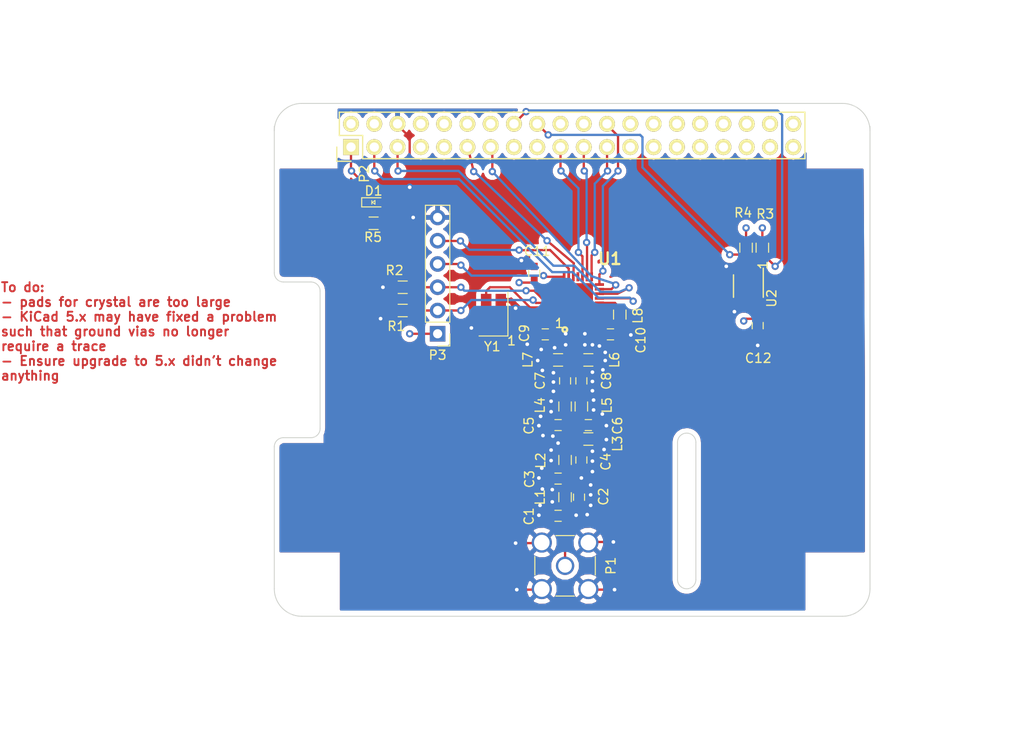
<source format=kicad_pcb>
(kicad_pcb (version 20171130) (host pcbnew 5.0.0-fee4fd1~66~ubuntu18.04.1)
  (title_block (title "AX5043 Raspberry Pi HAT") (date 2018-03-24) (rev V1.3) (company "Brandenburg Tech, LLC"))
  (layers (0 F.Cu signal) (1 In1.Cu signal) (2 In2.Cu signal) (31 B.Cu signal) (34 B.Paste user) (35 F.Paste user) (36 B.SilkS user) (37 F.SilkS user) (38 B.Mask user) (39 F.Mask user) (44 Edge.Cuts user))
  (net 0 "")
  (net 1 GND)
  (net 2 "Net-(C1-Pad1)")
  (net 3 "Net-(C2-Pad1)")
  (net 4 "Net-(C4-Pad1)")
  (net 5 "Net-(C5-Pad1)")
  (net 6 "Net-(C7-Pad2)")
  (net 7 "Net-(C7-Pad1)")
  (net 8 "Net-(C8-Pad2)")
  (net 9 "Net-(C8-Pad1)")
  (net 10 "Net-(C9-Pad1)")
  (net 11 "Net-(C10-Pad1)")
  (net 12 +3V3)
  (net 13 "Net-(L8-Pad1)")
  (net 14 "Net-(L8-Pad2)")
  (net 15 AX5043_DATA)
  (net 16 AX5043_DCLK)
  (net 17 AX5043_IRQ)
  (net 18 AX5043_SYSCLK)
  (net 19 I2C_SDA)
  (net 20 I2C_SCL)
  (net 21 AX5043_MOSI)
  (net 22 AX5043_MISO)
  (net 23 AX5043_CLK)
  (net 24 AX5043_SEL)
  (net 25 AX5043_GPADC2)
  (net 26 AX5043_GPADC1)
  (net 27 "Net-(P3-Pad4)")
  (net 28 "Net-(P3-Pad5)")
  (net 29 "Net-(U1-Pad27)")
  (net 30 "Net-(U1-Pad28)")
  (net 31 "Net-(D1-Pad1)")
  (module AX5043-1-TA05:QFN50P500X500X95-29N (layer F.Cu) (at 77.0255 59.8805 90)
    (fp_text reference U1 (at 4.318 3.4925 180) (layer F.SilkS) (effects (font (size 1.27 1.27) (thickness 0.254))))
    (fp_text value AX5043 hide)
    (fp_text user 1 (at -2.7305 -2.032 180) (layer F.SilkS))
    (pad 29a smd rect (at 0 0 90) (size 0.9 0.9) (layers F.Cu F.Paste))
    (pad 29a smd rect (at 1.0795 0 90) (size 0.9 0.9) (layers F.Cu F.Paste))
    (pad 29a smd rect (at -1.0795 0 90) (size 0.9 0.9) (layers F.Cu F.Paste))
    (pad 29a smd rect (at 1.0795 1.0795 90) (size 0.9 0.9) (layers F.Cu F.Paste))
    (pad 29a smd rect (at -1.0795 1.0795 90) (size 0.9 0.9) (layers F.Cu F.Paste))
    (pad 29a smd rect (at 0 1.0795 90) (size 0.9 0.9) (layers F.Cu F.Paste))
    (pad 29a smd rect (at 1.0795 -1.0795 90) (size 0.9 0.9) (layers F.Cu F.Paste))
    (pad 29a smd rect (at -1.0795 -1.0795 90) (size 0.9 0.9) (layers F.Cu F.Paste))
    (pad 1 smd rect (at -2.35 -1.5 180) (size 0.3 1) (layers F.Cu F.Paste F.Mask) (net 10 "Net-(C9-Pad1)"))
    (pad 2 smd rect (at -2.35 -1 180) (size 0.3 1) (layers F.Cu F.Paste F.Mask) (net 1 GND))
    (pad 3 smd rect (at -2.35 -0.5 180) (size 0.3 1) (layers F.Cu F.Paste F.Mask) (net 7 "Net-(C7-Pad1)"))
    (pad 4 smd rect (at -2.35 0 180) (size 0.3 1) (layers F.Cu F.Paste F.Mask) (net 9 "Net-(C8-Pad1)"))
    (pad 5 smd rect (at -2.35 0.5 180) (size 0.3 1) (layers F.Cu F.Paste F.Mask))
    (pad 6 smd rect (at -2.35 1 180) (size 0.3 1) (layers F.Cu F.Paste F.Mask) (net 1 GND))
    (pad 7 smd rect (at -2.35 1.5 180) (size 0.3 1) (layers F.Cu F.Paste F.Mask) (net 11 "Net-(C10-Pad1)"))
    (pad 8 smd rect (at -1.5 2.35 90) (size 0.3 1) (layers F.Cu F.Paste F.Mask))
    (pad 9 smd rect (at -1 2.35 90) (size 0.3 1) (layers F.Cu F.Paste F.Mask) (net 14 "Net-(L8-Pad2)"))
    (pad 10 smd rect (at -0.5 2.35 90) (size 0.3 1) (layers F.Cu F.Paste F.Mask) (net 13 "Net-(L8-Pad1)"))
    (pad 11 smd rect (at 0 2.35 90) (size 0.3 1) (layers F.Cu F.Paste F.Mask) (net 15 AX5043_DATA))
    (pad 12 smd rect (at 0.5 2.35 90) (size 0.3 1) (layers F.Cu F.Paste F.Mask) (net 16 AX5043_DCLK))
    (pad 13 smd rect (at 1 2.35 90) (size 0.3 1) (layers F.Cu F.Paste F.Mask) (net 18 AX5043_SYSCLK))
    (pad 14 smd rect (at 1.5 2.35 90) (size 0.3 1) (layers F.Cu F.Paste F.Mask) (net 24 AX5043_SEL))
    (pad 15 smd rect (at 2.35 1.5 180) (size 0.3 1) (layers F.Cu F.Paste F.Mask) (net 23 AX5043_CLK))
    (pad 16 smd rect (at 2.35 1 180) (size 0.3 1) (layers F.Cu F.Paste F.Mask) (net 22 AX5043_MISO))
    (pad 17 smd rect (at 2.35 0.5 180) (size 0.3 1) (layers F.Cu F.Paste F.Mask) (net 21 AX5043_MOSI))
    (pad 18 smd rect (at 2.35 0 180) (size 0.3 1) (layers F.Cu F.Paste F.Mask))
    (pad 19 smd rect (at 2.35 -0.5 180) (size 0.3 1) (layers F.Cu F.Paste F.Mask) (net 17 AX5043_IRQ))
    (pad 20 smd rect (at 2.35 -1 180) (size 0.3 1) (layers F.Cu F.Paste F.Mask) (net 28 "Net-(P3-Pad5)"))
    (pad 21 smd rect (at 2.35 -1.5 180) (size 0.3 1) (layers F.Cu F.Paste F.Mask) (net 27 "Net-(P3-Pad4)"))
    (pad 22 smd rect (at 1.5 -2.35 90) (size 0.3 1) (layers F.Cu F.Paste F.Mask))
    (pad 23 smd rect (at 1 -2.35 90) (size 0.3 1) (layers F.Cu F.Paste F.Mask) (net 12 +3V3))
    (pad 24 smd rect (at 0.5 -2.35 90) (size 0.3 1) (layers F.Cu F.Paste F.Mask))
    (pad 25 smd rect (at 0 -2.35 90) (size 0.3 1) (layers F.Cu F.Paste F.Mask) (net 26 AX5043_GPADC1))
    (pad 26 smd rect (at -0.5 -2.35 90) (size 0.3 1) (layers F.Cu F.Paste F.Mask) (net 25 AX5043_GPADC2))
    (pad 27 smd rect (at -1 -2.35 90) (size 0.3 1) (layers F.Cu F.Paste F.Mask) (net 29 "Net-(U1-Pad27)"))
    (pad 28 smd rect (at -1.5 -2.35 90) (size 0.3 1) (layers F.Cu F.Paste F.Mask) (net 30 "Net-(U1-Pad28)"))
    (pad 29 smd rect (at 0 0 90) (size 3.3 3.3) (layers F.Cu F.Mask) (net 1 GND))
    (pad 29a smd rect (at 0 -1.0795 90) (size 0.9 0.9) (layers F.Cu F.Paste))
  )
  (module LEDs:LED_0603 (layer F.Cu) (at 54.737 49.403)
    (fp_text reference D1 (at 0 -1.25) (layer F.SilkS))
    (fp_text value LED)
    (pad 2 smd rect (at 0.8 0 180) (size 0.8 0.8) (layers F.Cu F.Paste F.Mask) (net 12 +3V3))
    (pad 1 smd rect (at -0.8 0 180) (size 0.8 0.8) (layers F.Cu F.Paste F.Mask) (net 31 "Net-(D1-Pad1)"))
  )
  (module ECX42:Crystal_SMD_ECX42-4pin_4.0x2.5mm (layer F.Cu) (at 67.818 61.595 90)
    (fp_text reference Y1 (at -3.556 -0.127 180) (layer F.SilkS))
    (fp_text value 16M)
    (fp_text user 1 (at -2.921 1.9685 180) (layer F.SilkS))
    (pad 1 smd rect (at -1.5 0.8 90) (size 1.4 1.15) (layers F.Cu F.Paste F.Mask) (net 30 "Net-(U1-Pad28)"))
    (pad 2 smd rect (at 1.5 0.8 90) (size 1.4 1.15) (layers F.Cu F.Paste F.Mask) (net 1 GND))
    (pad 3 smd rect (at 1.5 -0.8 90) (size 1.4 1.15) (layers F.Cu F.Paste F.Mask) (net 29 "Net-(U1-Pad27)"))
    (pad 4 smd rect (at -1.5 -0.8 90) (size 1.4 1.15) (layers F.Cu F.Paste F.Mask) (net 1 GND))
  )
  (module Housings_DFN_QFN:DFN-8-1EP_3x3mm_Pitch0.65mm (layer F.Cu) (at 95.631 58.547 270)
    (fp_text reference U2 (at 1.3335 -2.54 270) (layer F.SilkS))
    (fp_text value MAX31725)
    (fp_text user 1 (at -2.286 -1.5875 270) (layer F.SilkS))
    (pad 1 smd rect (at -1.55 -0.975 270) (size 0.65 0.35) (layers F.Cu F.Paste F.Mask) (net 19 I2C_SDA))
    (pad 2 smd rect (at -1.55 -0.325 270) (size 0.65 0.35) (layers F.Cu F.Paste F.Mask) (net 20 I2C_SCL))
    (pad 3 smd rect (at -1.55 0.325 270) (size 0.65 0.35) (layers F.Cu F.Paste F.Mask))
    (pad 4 smd rect (at -1.55 0.975 270) (size 0.65 0.35) (layers F.Cu F.Paste F.Mask) (net 1 GND))
    (pad 5 smd rect (at 1.55 0.975 270) (size 0.65 0.35) (layers F.Cu F.Paste F.Mask) (net 1 GND))
    (pad 6 smd rect (at 1.55 0.325 270) (size 0.65 0.35) (layers F.Cu F.Paste F.Mask) (net 1 GND))
    (pad 7 smd rect (at 1.55 -0.325 270) (size 0.65 0.35) (layers F.Cu F.Paste F.Mask) (net 1 GND))
    (pad 8 smd rect (at 1.55 -0.975 270) (size 0.65 0.35) (layers F.Cu F.Paste F.Mask) (net 12 +3V3))
    (pad 9 smd rect (at 0.3875 0.6 270) (size 0.775 1.2) (layers F.Cu F.Paste F.Mask) (net 1 GND))
    (pad 9 smd rect (at 0.3875 -0.6 270) (size 0.775 1.2) (layers F.Cu F.Paste F.Mask) (net 1 GND))
    (pad 9 smd rect (at -0.3875 0.6 270) (size 0.775 1.2) (layers F.Cu F.Paste F.Mask) (net 1 GND))
    (pad 9 smd rect (at -0.3875 -0.6 270) (size 0.775 1.2) (layers F.Cu F.Paste F.Mask) (net 1 GND))
  )
  (module RPi_Hat:Pin_Header_Straight_2x20 (layer F.Cu) (at 76.4 42.1 90)
    (fp_text reference P2 (at -4.1915 -22.679 90) (layer F.SilkS))
    (fp_text value CONN_13X2)
    (pad 1 thru_hole rect (at -1.27 -24.13 90) (size 1.7272 1.7272) (drill 1.016) (layers *.Cu *.Mask F.SilkS) (net 12 +3V3))
    (pad 2 thru_hole oval (at 1.27 -24.13 90) (size 1.7272 1.7272) (drill 1.016) (layers *.Cu *.Mask F.SilkS))
    (pad 3 thru_hole oval (at -1.27 -21.59 90) (size 1.7272 1.7272) (drill 1.016) (layers *.Cu *.Mask F.SilkS) (net 15 AX5043_DATA))
    (pad 4 thru_hole oval (at 1.27 -21.59 90) (size 1.7272 1.7272) (drill 1.016) (layers *.Cu *.Mask F.SilkS))
    (pad 5 thru_hole oval (at -1.27 -19.05 90) (size 1.7272 1.7272) (drill 1.016) (layers *.Cu *.Mask F.SilkS) (net 16 AX5043_DCLK))
    (pad 6 thru_hole oval (at 1.27 -19.05 90) (size 1.7272 1.7272) (drill 1.016) (layers *.Cu *.Mask F.SilkS) (net 1 GND))
    (pad 7 thru_hole oval (at -1.27 -16.51 90) (size 1.7272 1.7272) (drill 1.016) (layers *.Cu *.Mask F.SilkS))
    (pad 8 thru_hole oval (at 1.27 -16.51 90) (size 1.7272 1.7272) (drill 1.016) (layers *.Cu *.Mask F.SilkS))
    (pad 9 thru_hole oval (at -1.27 -13.97 90) (size 1.7272 1.7272) (drill 1.016) (layers *.Cu *.Mask F.SilkS))
    (pad 10 thru_hole oval (at 1.27 -13.97 90) (size 1.7272 1.7272) (drill 1.016) (layers *.Cu *.Mask F.SilkS))
    (pad 11 thru_hole oval (at -1.27 -11.43 90) (size 1.7272 1.7272) (drill 1.016) (layers *.Cu *.Mask F.SilkS) (net 17 AX5043_IRQ))
    (pad 12 thru_hole oval (at 1.27 -11.43 90) (size 1.7272 1.7272) (drill 1.016) (layers *.Cu *.Mask F.SilkS))
    (pad 13 thru_hole oval (at -1.27 -8.89 90) (size 1.7272 1.7272) (drill 1.016) (layers *.Cu *.Mask F.SilkS) (net 18 AX5043_SYSCLK))
    (pad 14 thru_hole oval (at 1.27 -8.89 90) (size 1.7272 1.7272) (drill 1.016) (layers *.Cu *.Mask F.SilkS))
    (pad 15 thru_hole oval (at -1.27 -6.35 90) (size 1.7272 1.7272) (drill 1.016) (layers *.Cu *.Mask F.SilkS))
    (pad 16 thru_hole oval (at 1.27 -6.35 90) (size 1.7272 1.7272) (drill 1.016) (layers *.Cu *.Mask F.SilkS) (net 19 I2C_SDA))
    (pad 17 thru_hole oval (at -1.27 -3.81 90) (size 1.7272 1.7272) (drill 1.016) (layers *.Cu *.Mask F.SilkS))
    (pad 18 thru_hole oval (at 1.27 -3.81 90) (size 1.7272 1.7272) (drill 1.016) (layers *.Cu *.Mask F.SilkS) (net 20 I2C_SCL))
    (pad 19 thru_hole oval (at -1.27 -1.27 90) (size 1.7272 1.7272) (drill 1.016) (layers *.Cu *.Mask F.SilkS) (net 21 AX5043_MOSI))
    (pad 20 thru_hole oval (at 1.27 -1.27 90) (size 1.7272 1.7272) (drill 1.016) (layers *.Cu *.Mask F.SilkS))
    (pad 21 thru_hole oval (at -1.27 1.27 90) (size 1.7272 1.7272) (drill 1.016) (layers *.Cu *.Mask F.SilkS) (net 22 AX5043_MISO))
    (pad 22 thru_hole oval (at 1.27 1.27 90) (size 1.7272 1.7272) (drill 1.016) (layers *.Cu *.Mask F.SilkS))
    (pad 23 thru_hole oval (at -1.27 3.81 90) (size 1.7272 1.7272) (drill 1.016) (layers *.Cu *.Mask F.SilkS) (net 23 AX5043_CLK))
    (pad 24 thru_hole oval (at 1.27 3.81 90) (size 1.7272 1.7272) (drill 1.016) (layers *.Cu *.Mask F.SilkS) (net 24 AX5043_SEL))
    (pad 25 thru_hole oval (at -1.27 6.35 90) (size 1.7272 1.7272) (drill 1.016) (layers *.Cu *.Mask F.SilkS))
    (pad 26 thru_hole oval (at 1.27 6.35 90) (size 1.7272 1.7272) (drill 1.016) (layers *.Cu *.Mask F.SilkS))
    (pad 27 thru_hole oval (at -1.27 8.89 90) (size 1.7272 1.7272) (drill 1.016) (layers *.Cu *.Mask F.SilkS))
    (pad 28 thru_hole oval (at 1.27 8.89 90) (size 1.7272 1.7272) (drill 1.016) (layers *.Cu *.Mask F.SilkS))
    (pad 29 thru_hole oval (at -1.27 11.43 90) (size 1.7272 1.7272) (drill 1.016) (layers *.Cu *.Mask F.SilkS))
    (pad 30 thru_hole oval (at 1.27 11.43 90) (size 1.7272 1.7272) (drill 1.016) (layers *.Cu *.Mask F.SilkS))
    (pad 31 thru_hole oval (at -1.27 13.97 90) (size 1.7272 1.7272) (drill 1.016) (layers *.Cu *.Mask F.SilkS))
    (pad 32 thru_hole oval (at 1.27 13.97 90) (size 1.7272 1.7272) (drill 1.016) (layers *.Cu *.Mask F.SilkS))
    (pad 33 thru_hole oval (at -1.27 16.51 90) (size 1.7272 1.7272) (drill 1.016) (layers *.Cu *.Mask F.SilkS))
    (pad 34 thru_hole oval (at 1.27 16.51 90) (size 1.7272 1.7272) (drill 1.016) (layers *.Cu *.Mask F.SilkS))
    (pad 35 thru_hole oval (at -1.27 19.05 90) (size 1.7272 1.7272) (drill 1.016) (layers *.Cu *.Mask F.SilkS))
    (pad 36 thru_hole oval (at 1.27 19.05 90) (size 1.7272 1.7272) (drill 1.016) (layers *.Cu *.Mask F.SilkS))
    (pad 37 thru_hole oval (at -1.27 21.59 90) (size 1.7272 1.7272) (drill 1.016) (layers *.Cu *.Mask F.SilkS))
    (pad 38 thru_hole oval (at 1.27 21.59 90) (size 1.7272 1.7272) (drill 1.016) (layers *.Cu *.Mask F.SilkS))
    (pad 39 thru_hole oval (at -1.27 24.13 90) (size 1.7272 1.7272) (drill 1.016) (layers *.Cu *.Mask F.SilkS))
    (pad 40 thru_hole oval (at 1.27 24.13 90) (size 1.7272 1.7272) (drill 1.016) (layers *.Cu *.Mask F.SilkS))
  )
  (module RPi_Hat:RPi_Hat_Mounting_Hole (layer F.Cu) (at 105.4 42.1)
    (fp_text reference "" hide)
    (fp_text value "" hide)
    (pad "" np_thru_hole circle (at 0 0) (size 2.75 2.75) (drill 2.75) (layers *.Cu *.Mask) (clearance 1.725))
  )
  (module RPi_Hat:RPi_Hat_Mounting_Hole (layer F.Cu) (at 105.4 91.1)
    (fp_text reference "" hide)
    (fp_text value "" hide)
    (pad "" np_thru_hole circle (at 0 0) (size 2.75 2.75) (drill 2.75) (layers *.Cu *.Mask) (clearance 1.725))
  )
  (module RPi_Hat:RPi_Hat_Mounting_Hole (layer F.Cu) (at 47.4 91.1)
    (fp_text reference "" hide)
    (fp_text value "" hide)
    (pad "" np_thru_hole circle (at 0 0) (size 2.75 2.75) (drill 2.75) (layers *.Cu *.Mask) (clearance 1.725))
  )
  (module RPi_Hat:RPi_Hat_Mounting_Hole (layer F.Cu) (at 47.4 42.1)
    (fp_text reference "" hide)
    (fp_text value "" hide)
    (pad "" np_thru_hole circle (at 0 0) (size 2.75 2.75) (drill 2.75) (layers *.Cu *.Mask) (clearance 1.725))
  )
  (module Capacitors_SMD:C_0603 (layer F.Cu) (at 74.8665 83.6295 180)
    (fp_text reference C1 (at 3.175 -0.0635 270) (layer F.SilkS))
    (fp_text value NS)
    (pad 2 smd rect (at 0.75 0 180) (size 0.8 0.75) (layers F.Cu F.Paste F.Mask) (net 1 GND))
    (pad 1 smd rect (at -0.75 0 180) (size 0.8 0.75) (layers F.Cu F.Paste F.Mask) (net 2 "Net-(C1-Pad1)"))
  )
  (module Capacitors_SMD:C_0603 (layer F.Cu) (at 77.1525 81.5975 270)
    (fp_text reference C2 (at -0.0635 -2.667 270) (layer F.SilkS))
    (fp_text value NS)
    (pad 2 smd rect (at 0.75 0 270) (size 0.8 0.75) (layers F.Cu F.Paste F.Mask) (net 2 "Net-(C1-Pad1)"))
    (pad 1 smd rect (at -0.75 0 270) (size 0.8 0.75) (layers F.Cu F.Paste F.Mask) (net 3 "Net-(C2-Pad1)"))
  )
  (module Capacitors_SMD:C_0603 (layer F.Cu) (at 74.8665 79.5655 180)
    (fp_text reference C3 (at 3.1115 -0.0635 270) (layer F.SilkS))
    (fp_text value NS)
    (pad 2 smd rect (at 0.75 0 180) (size 0.8 0.75) (layers F.Cu F.Paste F.Mask) (net 1 GND))
    (pad 1 smd rect (at -0.75 0 180) (size 0.8 0.75) (layers F.Cu F.Paste F.Mask) (net 3 "Net-(C2-Pad1)"))
  )
  (module Capacitors_SMD:C_0603 (layer F.Cu) (at 77.4065 77.5335 270)
    (fp_text reference C4 (at 0.1905 -2.667 270) (layer F.SilkS))
    (fp_text value 5p1)
    (pad 2 smd rect (at 0.75 0 270) (size 0.8 0.75) (layers F.Cu F.Paste F.Mask) (net 3 "Net-(C2-Pad1)"))
    (pad 1 smd rect (at -0.75 0 270) (size 0.8 0.75) (layers F.Cu F.Paste F.Mask) (net 4 "Net-(C4-Pad1)"))
  )
  (module Capacitors_SMD:C_0603 (layer F.Cu) (at 74.8665 73.7235 180)
    (fp_text reference C5 (at 3.175 -0.0635 90) (layer F.SilkS))
    (fp_text value 11p)
    (pad 2 smd rect (at 0.75 0 180) (size 0.8 0.75) (layers F.Cu F.Paste F.Mask) (net 1 GND))
    (pad 1 smd rect (at -0.75 0 180) (size 0.8 0.75) (layers F.Cu F.Paste F.Mask) (net 5 "Net-(C5-Pad1)"))
  )
  (module Capacitors_SMD:C_0603 (layer F.Cu) (at 78.1685 73.7235)
    (fp_text reference C6 (at 3.175 0.0635 90) (layer F.SilkS))
    (fp_text value 5p6)
    (pad 2 smd rect (at 0.75 0) (size 0.8 0.75) (layers F.Cu F.Paste F.Mask) (net 1 GND))
    (pad 1 smd rect (at -0.75 0) (size 0.8 0.75) (layers F.Cu F.Paste F.Mask) (net 4 "Net-(C4-Pad1)"))
  )
  (module Capacitors_SMD:C_0603 (layer F.Cu) (at 75.6285 68.8975 270)
    (fp_text reference C7 (at 0 2.7305 270) (layer F.SilkS))
    (fp_text value 4p3)
    (pad 2 smd rect (at 0.75 0 270) (size 0.8 0.75) (layers F.Cu F.Paste F.Mask) (net 6 "Net-(C7-Pad2)"))
    (pad 1 smd rect (at -0.75 0 270) (size 0.8 0.75) (layers F.Cu F.Paste F.Mask) (net 7 "Net-(C7-Pad1)"))
  )
  (module Capacitors_SMD:C_0603 (layer F.Cu) (at 77.4065 68.8975 270)
    (fp_text reference C8 (at 0 -2.7305 270) (layer F.SilkS))
    (fp_text value 4p3)
    (pad 2 smd rect (at 0.75 0 270) (size 0.8 0.75) (layers F.Cu F.Paste F.Mask) (net 8 "Net-(C8-Pad2)"))
    (pad 1 smd rect (at -0.75 0 270) (size 0.8 0.75) (layers F.Cu F.Paste F.Mask) (net 9 "Net-(C8-Pad1)"))
  )
  (module Capacitors_SMD:C_0603 (layer F.Cu) (at 73.4695 63.8175 180)
    (fp_text reference C9 (at 2.286 0.127 270) (layer F.SilkS))
    (fp_text value 10n)
    (pad 2 smd rect (at 0.75 0 180) (size 0.8 0.75) (layers F.Cu F.Paste F.Mask) (net 1 GND))
    (pad 1 smd rect (at -0.75 0 180) (size 0.8 0.75) (layers F.Cu F.Paste F.Mask) (net 10 "Net-(C9-Pad1)"))
  )
  (module Capacitors_SMD:C_0603 (layer F.Cu) (at 80.5815 63.8175)
    (fp_text reference C10 (at 3.302 0.635 90) (layer F.SilkS))
    (fp_text value 10n)
    (pad 2 smd rect (at 0.75 0) (size 0.8 0.75) (layers F.Cu F.Paste F.Mask) (net 1 GND))
    (pad 1 smd rect (at -0.75 0) (size 0.8 0.75) (layers F.Cu F.Paste F.Mask) (net 11 "Net-(C10-Pad1)"))
  )
  (module Capacitors_SMD:C_0603 (layer F.Cu) (at 72.263 57.15 90)
    (fp_text reference C11 (at 2.413 0.3175 180) (layer F.SilkS))
    (fp_text value 10n)
    (pad 2 smd rect (at 0.75 0 90) (size 0.8 0.75) (layers F.Cu F.Paste F.Mask) (net 1 GND))
    (pad 1 smd rect (at -0.75 0 90) (size 0.8 0.75) (layers F.Cu F.Paste F.Mask) (net 12 +3V3))
  )
  (module Capacitors_SMD:C_0603 (layer F.Cu) (at 96.647 62.865 270)
    (fp_text reference C12 (at 3.556 -0.0635) (layer F.SilkS))
    (fp_text value 100n)
    (pad 2 smd rect (at 0.75 0 270) (size 0.8 0.75) (layers F.Cu F.Paste F.Mask) (net 1 GND))
    (pad 1 smd rect (at -0.75 0 270) (size 0.8 0.75) (layers F.Cu F.Paste F.Mask) (net 12 +3V3))
  )
  (module Inductors_SMD:L_0603 (layer F.Cu) (at 75.6285 81.5975 270)
    (fp_text reference L1 (at 0 2.7305 270) (layer F.SilkS))
    (fp_text value 0R)
    (pad 1 smd rect (at -0.75 0 270) (size 0.5 0.9) (layers F.Cu F.Paste F.Mask) (net 3 "Net-(C2-Pad1)"))
    (pad 2 smd rect (at 0.75 0 270) (size 0.5 0.9) (layers F.Cu F.Paste F.Mask) (net 2 "Net-(C1-Pad1)"))
  )
  (module Inductors_SMD:L_0603 (layer F.Cu) (at 75.6285 77.5335 270)
    (fp_text reference L2 (at 0.0635 2.667 270) (layer F.SilkS))
    (fp_text value 27n)
    (pad 1 smd rect (at -0.75 0 270) (size 0.5 0.9) (layers F.Cu F.Paste F.Mask) (net 5 "Net-(C5-Pad1)"))
    (pad 2 smd rect (at 0.75 0 270) (size 0.5 0.9) (layers F.Cu F.Paste F.Mask) (net 3 "Net-(C2-Pad1)"))
  )
  (module Inductors_SMD:L_0603 (layer F.Cu) (at 78.1685 75.2475 180)
    (fp_text reference L3 (at -3.175 -0.508 270) (layer F.SilkS))
    (fp_text value 27n)
    (pad 1 smd rect (at -0.75 0 180) (size 0.5 0.9) (layers F.Cu F.Paste F.Mask) (net 1 GND))
    (pad 2 smd rect (at 0.75 0 180) (size 0.5 0.9) (layers F.Cu F.Paste F.Mask) (net 4 "Net-(C4-Pad1)"))
  )
  (module Inductors_SMD:L_0603 (layer F.Cu) (at 75.6285 71.6915 270)
    (fp_text reference L4 (at -0.127 2.7305 270) (layer F.SilkS))
    (fp_text value 43n)
    (pad 1 smd rect (at -0.75 0 270) (size 0.5 0.9) (layers F.Cu F.Paste F.Mask) (net 6 "Net-(C7-Pad2)"))
    (pad 2 smd rect (at 0.75 0 270) (size 0.5 0.9) (layers F.Cu F.Paste F.Mask) (net 5 "Net-(C5-Pad1)"))
  )
  (module Inductors_SMD:L_0603 (layer F.Cu) (at 77.4065 71.6915 270)
    (fp_text reference L5 (at -0.127 -2.794 270) (layer F.SilkS))
    (fp_text value 43n)
    (pad 1 smd rect (at -0.75 0 270) (size 0.5 0.9) (layers F.Cu F.Paste F.Mask) (net 8 "Net-(C8-Pad2)"))
    (pad 2 smd rect (at 0.75 0 270) (size 0.5 0.9) (layers F.Cu F.Paste F.Mask) (net 4 "Net-(C4-Pad1)"))
  )
  (module Inductors_SMD:L_0603 (layer F.Cu) (at 78.1685 66.6115 180)
    (fp_text reference L6 (at -2.8575 0 270) (layer F.SilkS))
    (fp_text value 100n)
    (pad 1 smd rect (at -0.75 0 180) (size 0.5 0.9) (layers F.Cu F.Paste F.Mask) (net 1 GND))
    (pad 2 smd rect (at 0.75 0 180) (size 0.5 0.9) (layers F.Cu F.Paste F.Mask) (net 9 "Net-(C8-Pad1)"))
  )
  (module Inductors_SMD:L_0603 (layer F.Cu) (at 74.8665 66.6115)
    (fp_text reference L7 (at -3.302 0 90) (layer F.SilkS))
    (fp_text value 100n)
    (pad 1 smd rect (at -0.75 0) (size 0.5 0.9) (layers F.Cu F.Paste F.Mask) (net 1 GND))
    (pad 2 smd rect (at 0.75 0) (size 0.5 0.9) (layers F.Cu F.Paste F.Mask) (net 7 "Net-(C7-Pad1)"))
  )
  (module Inductors_SMD:L_0603 (layer F.Cu) (at 81.5975 61.6585 270)
    (fp_text reference L8 (at 0.127 -1.9685 270) (layer F.SilkS))
    (fp_text value 0R)
    (pad 1 smd rect (at -0.75 0 270) (size 0.5 0.9) (layers F.Cu F.Paste F.Mask) (net 13 "Net-(L8-Pad1)"))
    (pad 2 smd rect (at 0.75 0 270) (size 0.5 0.9) (layers F.Cu F.Paste F.Mask) (net 14 "Net-(L8-Pad2)"))
  )
  (module Connectors:SMA_THT_Jack_Straight (layer F.Cu) (at 75.6285 89.0905 270)
    (fp_text reference P1 (at 0 -5 270) (layer F.SilkS))
    (fp_text value SMA)
    (pad 2 thru_hole circle (at -2.54 2.54 270) (size 2.2 2.2) (drill 1.7) (layers *.Cu *.Mask) (net 1 GND))
    (pad 2 thru_hole circle (at -2.54 -2.54 270) (size 2.2 2.2) (drill 1.7) (layers *.Cu *.Mask) (net 1 GND))
    (pad 2 thru_hole circle (at 2.54 -2.54 270) (size 2.2 2.2) (drill 1.7) (layers *.Cu *.Mask) (net 1 GND))
    (pad 2 thru_hole circle (at 2.54 2.54 270) (size 2.2 2.2) (drill 1.7) (layers *.Cu *.Mask) (net 1 GND))
    (pad 1 thru_hole circle (at 0 0 270) (size 2 2) (drill 1.5) (layers *.Cu *.Mask) (net 2 "Net-(C1-Pad1)"))
  )
  (module Pin_Headers:Pin_Header_Straight_1x06_Pitch2.54mm (layer F.Cu) (at 61.722 63.754 180)
    (fp_text reference P3 (at 0 -2.33 180) (layer F.SilkS))
    (fp_text value CONN_01X06)
    (pad 1 thru_hole rect (at 0 0 180) (size 1.7 1.7) (drill 1) (layers *.Cu *.Mask) (net 12 +3V3))
    (pad 2 thru_hole oval (at 0 2.54 180) (size 1.7 1.7) (drill 1) (layers *.Cu *.Mask) (net 25 AX5043_GPADC2))
    (pad 3 thru_hole oval (at 0 5.08 180) (size 1.7 1.7) (drill 1) (layers *.Cu *.Mask) (net 26 AX5043_GPADC1))
    (pad 4 thru_hole oval (at 0 7.62 180) (size 1.7 1.7) (drill 1) (layers *.Cu *.Mask) (net 27 "Net-(P3-Pad4)"))
    (pad 5 thru_hole oval (at 0 10.16 180) (size 1.7 1.7) (drill 1) (layers *.Cu *.Mask) (net 28 "Net-(P3-Pad5)"))
    (pad 6 thru_hole oval (at 0 12.7 180) (size 1.7 1.7) (drill 1) (layers *.Cu *.Mask) (net 1 GND))
  )
  (module Resistors_SMD:R_0603 (layer F.Cu) (at 57.912 61.214 180)
    (fp_text reference R1 (at 0.6985 -1.7145 180) (layer F.SilkS))
    (fp_text value 0R)
    (pad 1 smd rect (at -0.75 0 180) (size 0.5 0.9) (layers F.Cu F.Paste F.Mask) (net 25 AX5043_GPADC2))
    (pad 2 smd rect (at 0.75 0 180) (size 0.5 0.9) (layers F.Cu F.Paste F.Mask) (net 1 GND))
  )
  (module Resistors_SMD:R_0603 (layer F.Cu) (at 57.912 58.674 180)
    (fp_text reference R2 (at 0.889 1.8415 180) (layer F.SilkS))
    (fp_text value 0R)
    (pad 1 smd rect (at -0.75 0 180) (size 0.5 0.9) (layers F.Cu F.Paste F.Mask) (net 26 AX5043_GPADC1))
    (pad 2 smd rect (at 0.75 0 180) (size 0.5 0.9) (layers F.Cu F.Paste F.Mask) (net 1 GND))
  )
  (module Resistors_SMD:R_0603 (layer F.Cu) (at 97.155 54.356 270)
    (fp_text reference R3 (at -3.683 -0.3175) (layer F.SilkS))
    (fp_text value 4k7)
    (pad 1 smd rect (at -0.75 0 270) (size 0.5 0.9) (layers F.Cu F.Paste F.Mask) (net 12 +3V3))
    (pad 2 smd rect (at 0.75 0 270) (size 0.5 0.9) (layers F.Cu F.Paste F.Mask) (net 19 I2C_SDA))
  )
  (module Resistors_SMD:R_0603 (layer F.Cu) (at 95.377 54.356 270)
    (fp_text reference R4 (at -3.81 0.3175) (layer F.SilkS))
    (fp_text value 4k7)
    (pad 1 smd rect (at -0.75 0 270) (size 0.5 0.9) (layers F.Cu F.Paste F.Mask) (net 12 +3V3))
    (pad 2 smd rect (at 0.75 0 270) (size 0.5 0.9) (layers F.Cu F.Paste F.Mask) (net 20 I2C_SCL))
  )
  (module Resistors_SMD:R_0603 (layer F.Cu) (at 54.737 51.689)
    (fp_text reference R5 (at -0.0635 1.524) (layer F.SilkS))
    (fp_text value R)
    (pad 1 smd rect (at -0.75 0) (size 0.5 0.9) (layers F.Cu F.Paste F.Mask) (net 31 "Net-(D1-Pad1)"))
    (pad 2 smd rect (at 0.75 0) (size 0.5 0.9) (layers F.Cu F.Paste F.Mask) (net 1 GND))
  )
  (gr_text "To do:\n- pads for crystal are too large\n- KiCad 5.x may have fixed a problem\nsuch that ground vias no longer\nrequire a trace\n- Ensure upgrade to 5.x didn't change\nanything" (at 13.97 63.5) (layer F.Cu) (effects (font (size 1 1) (thickness 0.2)) (justify left)))
  (gr_text "Brandenburg Tech, LLC.\nAX 5043 Raspberry Pi Board\n\nV1.3    SN: _____________" (at 103.3145 74.6125 90) (layer F.Cu) (effects (font (size 1 1) (thickness 0.2))))
  (gr_arc (start 105.9 41.6) (end 105.9 38.6) (angle 90) (layer Edge.Cuts) (width 0.1))
  (gr_line (start 46.9 38.6) (end 105.9 38.6) (angle 90) (layer Edge.Cuts) (width 0.1))
  (gr_arc (start 46.9 41.6) (end 43.9 41.6) (angle 90) (layer Edge.Cuts) (width 0.1))
  (gr_arc (start 88.9 90.6) (end 87.9 90.6) (angle -180) (layer Edge.Cuts) (width 0.1))
  (gr_arc (start 88.9 75.6) (end 87.9 75.6) (angle 180) (layer Edge.Cuts) (width 0.1))
  (gr_line (start 89.9 75.6) (end 89.9 90.6) (angle 90) (layer Edge.Cuts) (width 0.1))
  (gr_line (start 87.9 75.6) (end 87.9 90.6) (angle 90) (layer Edge.Cuts) (width 0.1))
  (gr_arc (start 44.9 76.1) (end 43.9 76.1) (angle 90) (layer Edge.Cuts) (width 0.1))
  (gr_arc (start 47.9 74.1) (end 48.9 74.1) (angle 90) (layer Edge.Cuts) (width 0.1))
  (gr_arc (start 47.9 59.1) (end 47.9 58.1) (angle 90) (layer Edge.Cuts) (width 0.1))
  (gr_arc (start 44.9 57.1) (end 44.9 58.1) (angle 90) (layer Edge.Cuts) (width 0.1))
  (gr_arc (start 105.9 91.6) (end 108.9 91.6) (angle 90) (layer Edge.Cuts) (width 0.1))
  (gr_arc (start 46.9 91.6) (end 46.9 94.6) (angle 90) (layer Edge.Cuts) (width 0.1))
  (gr_line (start 43.9 76.1) (end 43.9 91.6) (layer Edge.Cuts) (width 0.1))
  (gr_line (start 43.9 41.1) (end 43.9 57.1) (layer Edge.Cuts) (width 0.1))
  (gr_line (start 44.9 75.1) (end 47.9 75.1) (layer Edge.Cuts) (width 0.1))
  (gr_line (start 44.9 58.1) (end 47.9 58.1) (layer Edge.Cuts) (width 0.1))
  (gr_line (start 48.9 59.1) (end 48.9 74.1) (layer Edge.Cuts) (width 0.1))
  (gr_line (start 46.9 94.6) (end 105.9 94.6) (angle 90) (layer Edge.Cuts) (width 0.1))
  (gr_line (start 108.9 41.1) (end 108.9 91.6) (angle 90) (layer Edge.Cuts) (width 0.1))
  (segment (start 52.27 46.821) (end 52.324 46.875) (width 0.25) (layer F.Cu) (net 0))
  (segment (start 78.613 64.9605) (end 77.7875 64.9605) (width 0.25) (layer F.Cu) (net 1))
  (segment (start 80.01 65.786) (end 80.0735 65.8495) (width 0.25) (layer F.Cu) (net 1))
  (via (at 78.613 64.9605) (size 0.8) (drill 0.4) (layers F.Cu B.Cu) (net 1))
  (via (at 79.375 65.0875) (size 0.8) (drill 0.4) (layers F.Cu B.Cu) (net 1))
  (segment (start 80.0735 65.8495) (end 79.375 65.0875) (width 0.25) (layer F.Cu) (net 1))
  (segment (start 80.01 66.675) (end 80.01 65.786) (width 0.25) (layer F.Cu) (net 1))
  (via (at 80.01 66.675) (size 0.8) (drill 0.4) (layers F.Cu B.Cu) (net 1))
  (via (at 80.01 65.786) (size 0.8) (drill 0.4) (layers F.Cu B.Cu) (net 1))
  (via (at 77.7875 63.754) (size 0.8) (drill 0.4) (layers F.Cu B.Cu) (net 1))
  (via (at 77.7875 64.9605) (size 0.8) (drill 0.4) (layers F.Cu B.Cu) (net 1))
  (segment (start 55.487 51.689) (end 58.42 51.689) (width 0.25) (layer F.Cu) (net 1))
  (via (at 59.055 51.054) (size 0.8) (drill 0.4) (layers F.Cu B.Cu) (net 1))
  (segment (start 59.055 51.054) (end 61.722 51.054) (width 0.25) (layer F.Cu) (net 1))
  (segment (start 58.42 51.689) (end 59.055 51.054) (width 0.25) (layer F.Cu) (net 1))
  (segment (start 96.231 58.9345) (end 96.231 58.1595) (width 0.25) (layer F.Cu) (net 1))
  (segment (start 95.031 58.1595) (end 96.231 58.1595) (width 0.25) (layer F.Cu) (net 1))
  (segment (start 95.031 58.1595) (end 95.031 58.9345) (width 0.25) (layer F.Cu) (net 1))
  (segment (start 94.656 56.997) (end 94.656 57.7845) (width 0.25) (layer F.Cu) (net 1))
  (segment (start 94.656 57.7845) (end 95.031 58.1595) (width 0.25) (layer F.Cu) (net 1))
  (via (at 82.804 63.881) (size 0.8) (drill 0.4) (layers F.Cu B.Cu) (net 1))
  (segment (start 81.395 63.881) (end 82.804 63.881) (width 0.25) (layer F.Cu) (net 1))
  (segment (start 72.771 79.502) (end 72.771 80.3275) (width 0.25) (layer F.Cu) (net 1))
  (segment (start 74.053 79.502) (end 72.771 79.502) (width 0.25) (layer F.Cu) (net 1))
  (via (at 72.771 79.502) (size 0.8) (drill 0.4) (layers F.Cu B.Cu) (net 1))
  (via (at 72.898 82.4865) (size 0.8) (drill 0.4) (layers F.Cu B.Cu) (net 1))
  (via (at 74.2315 82.1055) (size 0.8) (drill 0.4) (layers F.Cu B.Cu) (net 1))
  (segment (start 74.2315 80.772) (end 74.2315 82.1055) (width 0.25) (layer F.Cu) (net 1))
  (via (at 74.2315 80.772) (size 0.8) (drill 0.4) (layers F.Cu B.Cu) (net 1))
  (via (at 73.152 80.7085) (size 0.8) (drill 0.4) (layers F.Cu B.Cu) (net 1))
  (segment (start 72.771 80.3275) (end 73.152 80.7085) (width 0.25) (layer F.Cu) (net 1))
  (segment (start 72.771 73.787) (end 72.771 74.422) (width 0.25) (layer F.Cu) (net 1))
  (via (at 72.771 73.787) (size 0.8) (drill 0.4) (layers F.Cu B.Cu) (net 1))
  (segment (start 74.053 73.787) (end 72.771 73.787) (width 0.25) (layer F.Cu) (net 1))
  (via (at 73.0885 78.4225) (size 0.8) (drill 0.4) (layers F.Cu B.Cu) (net 1))
  (via (at 74.1045 77.597) (size 0.8) (drill 0.4) (layers F.Cu B.Cu) (net 1))
  (segment (start 74.1045 76.454) (end 74.1045 77.597) (width 0.25) (layer F.Cu) (net 1))
  (via (at 74.1045 76.454) (size 0.8) (drill 0.4) (layers F.Cu B.Cu) (net 1))
  (via (at 74.8665 75.692) (size 0.8) (drill 0.4) (layers F.Cu B.Cu) (net 1))
  (segment (start 74.295 75.057) (end 74.8665 75.692) (width 0.25) (layer F.Cu) (net 1))
  (segment (start 74.295 74.93) (end 74.295 75.057) (width 0.25) (layer F.Cu) (net 1))
  (via (at 74.295 74.93) (size 0.8) (drill 0.4) (layers F.Cu B.Cu) (net 1))
  (via (at 73.2155 74.8665) (size 0.8) (drill 0.4) (layers F.Cu B.Cu) (net 1))
  (segment (start 72.771 74.422) (end 73.2155 74.8665) (width 0.25) (layer F.Cu) (net 1))
  (segment (start 72.7075 66.6115) (end 72.644 66.675) (width 0.25) (layer F.Cu) (net 1))
  (via (at 72.644 66.675) (size 0.8) (drill 0.4) (layers F.Cu B.Cu) (net 1))
  (segment (start 74.1165 66.6115) (end 72.7075 66.6115) (width 0.25) (layer F.Cu) (net 1))
  (via (at 72.9615 72.771) (size 0.8) (drill 0.4) (layers F.Cu B.Cu) (net 1))
  (via (at 74.1045 72.263) (size 0.8) (drill 0.4) (layers F.Cu B.Cu) (net 1))
  (segment (start 74.1045 71.12) (end 74.1045 72.263) (width 0.25) (layer F.Cu) (net 1))
  (via (at 74.1045 71.12) (size 0.8) (drill 0.4) (layers F.Cu B.Cu) (net 1))
  (via (at 74.3585 70.0405) (size 0.8) (drill 0.4) (layers F.Cu B.Cu) (net 1))
  (segment (start 74.3585 69.0245) (end 74.3585 70.0405) (width 0.25) (layer F.Cu) (net 1))
  (via (at 74.3585 69.0245) (size 0.8) (drill 0.4) (layers F.Cu B.Cu) (net 1))
  (via (at 74.3585 68.0085) (size 0.8) (drill 0.4) (layers F.Cu B.Cu) (net 1))
  (segment (start 73.406 68.0085) (end 74.3585 68.0085) (width 0.25) (layer F.Cu) (net 1))
  (segment (start 73.152 67.7545) (end 73.406 68.0085) (width 0.25) (layer F.Cu) (net 1))
  (via (at 73.152 67.7545) (size 0.8) (drill 0.4) (layers F.Cu B.Cu) (net 1))
  (segment (start 75.692 63.754) (end 75.692 64.9605) (width 0.25) (layer F.Cu) (net 1))
  (segment (start 76.0255 63.4205) (end 75.692 63.754) (width 0.25) (layer F.Cu) (net 1))
  (via (at 75.692 63.754) (size 0.8) (drill 0.4) (layers F.Cu B.Cu) (net 1))
  (segment (start 76.0255 62.2305) (end 76.0255 63.4205) (width 0.25) (layer F.Cu) (net 1))
  (via (at 73.025 65.4685) (size 0.8) (drill 0.4) (layers F.Cu B.Cu) (net 1))
  (segment (start 73.2155 65.278) (end 73.025 65.4685) (width 0.25) (layer F.Cu) (net 1))
  (segment (start 74.4855 65.278) (end 73.2155 65.278) (width 0.25) (layer F.Cu) (net 1))
  (via (at 74.4855 65.278) (size 0.8) (drill 0.4) (layers F.Cu B.Cu) (net 1))
  (via (at 75.692 64.9605) (size 0.8) (drill 0.4) (layers F.Cu B.Cu) (net 1))
  (segment (start 80.137 75.311) (end 80.137 76.1365) (width 0.25) (layer F.Cu) (net 1))
  (segment (start 78.982 75.311) (end 80.137 75.311) (width 0.25) (layer F.Cu) (net 1))
  (via (at 80.137 75.311) (size 0.8) (drill 0.4) (layers F.Cu B.Cu) (net 1))
  (via (at 76.835 83.566) (size 0.8) (drill 0.4) (layers F.Cu B.Cu) (net 1))
  (via (at 78.0415 83.5025) (size 0.8) (drill 0.4) (layers F.Cu B.Cu) (net 1))
  (segment (start 78.4225 83.1215) (end 78.0415 83.5025) (width 0.25) (layer F.Cu) (net 1))
  (segment (start 78.4225 82.4865) (end 78.4225 83.1215) (width 0.25) (layer F.Cu) (net 1))
  (via (at 78.4225 82.4865) (size 0.8) (drill 0.4) (layers F.Cu B.Cu) (net 1))
  (via (at 78.4225 81.3435) (size 0.8) (drill 0.4) (layers F.Cu B.Cu) (net 1))
  (segment (start 78.4225 80.264) (end 78.4225 81.3435) (width 0.25) (layer F.Cu) (net 1))
  (via (at 78.4225 80.264) (size 0.8) (drill 0.4) (layers F.Cu B.Cu) (net 1))
  (via (at 77.4065 79.502) (size 0.8) (drill 0.4) (layers F.Cu B.Cu) (net 1))
  (segment (start 77.9145 79.502) (end 77.4065 79.502) (width 0.25) (layer F.Cu) (net 1))
  (segment (start 78.613 78.8035) (end 77.9145 79.502) (width 0.25) (layer F.Cu) (net 1))
  (via (at 78.613 78.8035) (size 0.8) (drill 0.4) (layers F.Cu B.Cu) (net 1))
  (via (at 78.613 77.6605) (size 0.8) (drill 0.4) (layers F.Cu B.Cu) (net 1))
  (segment (start 78.613 76.581) (end 78.613 77.6605) (width 0.25) (layer F.Cu) (net 1))
  (via (at 78.613 76.581) (size 0.8) (drill 0.4) (layers F.Cu B.Cu) (net 1))
  (via (at 79.883 76.3905) (size 0.8) (drill 0.4) (layers F.Cu B.Cu) (net 1))
  (segment (start 80.137 76.1365) (end 79.883 76.3905) (width 0.25) (layer F.Cu) (net 1))
  (segment (start 80.01 66.675) (end 80.01 67.437) (width 0.25) (layer F.Cu) (net 1))
  (segment (start 78.982 66.675) (end 80.01 66.675) (width 0.25) (layer F.Cu) (net 1))
  (via (at 78.613 67.945) (size 0.8) (drill 0.4) (layers F.Cu B.Cu) (net 1))
  (via (at 79.756 67.691) (size 0.8) (drill 0.4) (layers F.Cu B.Cu) (net 1))
  (segment (start 80.01 67.437) (end 79.756 67.691) (width 0.25) (layer F.Cu) (net 1))
  (via (at 79.6925 72.517) (size 0.8) (drill 0.4) (layers F.Cu B.Cu) (net 1))
  (via (at 78.74 72.0725) (size 0.8) (drill 0.4) (layers F.Cu B.Cu) (net 1))
  (segment (start 78.74 70.993) (end 78.74 72.0725) (width 0.25) (layer F.Cu) (net 1))
  (via (at 78.74 70.993) (size 0.8) (drill 0.4) (layers F.Cu B.Cu) (net 1))
  (via (at 78.613 69.977) (size 0.8) (drill 0.4) (layers F.Cu B.Cu) (net 1))
  (segment (start 78.613 68.961) (end 78.613 69.977) (width 0.25) (layer F.Cu) (net 1))
  (via (at 78.613 68.961) (size 0.8) (drill 0.4) (layers F.Cu B.Cu) (net 1))
  (segment (start 94.656 56.997) (end 94.656 56.7465) (width 0.25) (layer F.Cu) (net 1))
  (segment (start 94.656 56.7465) (end 93.218 56.388) (width 0.25) (layer F.Cu) (net 1))
  (via (at 93.218 56.388) (size 0.8) (drill 0.4) (layers F.Cu B.Cu) (net 1))
  (segment (start 72.771 83.566) (end 74.053 83.566) (width 0.25) (layer F.Cu) (net 1))
  (via (at 72.771 83.566) (size 0.8) (drill 0.4) (layers F.Cu B.Cu) (net 1))
  (segment (start 78.0255 62.2305) (end 78.0255 60.8805) (width 0.25) (layer F.Cu) (net 1))
  (segment (start 78.0255 60.8805) (end 77.0255 59.8805) (width 0.25) (layer F.Cu) (net 1))
  (segment (start 76.0255 62.2305) (end 76.0255 60.8805) (width 0.25) (layer F.Cu) (net 1))
  (segment (start 76.0255 60.8805) (end 77.0255 59.8805) (width 0.25) (layer F.Cu) (net 1))
  (segment (start 57.35 40.83) (end 57.35 40.967) (width 0.25) (layer F.Cu) (net 1))
  (segment (start 57.35 40.967) (end 58.674 42.291) (width 0.25) (layer F.Cu) (net 1))
  (segment (start 58.674 42.291) (end 58.674 47.752) (width 0.25) (layer F.Cu) (net 1))
  (via (at 58.674 47.752) (size 0.8) (drill 0.4) (layers F.Cu B.Cu) (net 1))
  (segment (start 57.162 58.674) (end 55.753 58.674) (width 0.25) (layer F.Cu) (net 1))
  (via (at 55.753 58.674) (size 0.8) (drill 0.4) (layers F.Cu B.Cu) (net 1))
  (segment (start 57.162 61.214) (end 56.388 61.214) (width 0.25) (layer F.Cu) (net 1))
  (via (at 55.499 62.103) (size 0.8) (drill 0.4) (layers F.Cu B.Cu) (net 1))
  (segment (start 56.388 61.214) (end 55.499 62.103) (width 0.25) (layer F.Cu) (net 1))
  (segment (start 72.263 56.4) (end 71.616 55.753) (width 0.25) (layer F.Cu) (net 1))
  (via (at 70.866 55.753) (size 0.8) (drill 0.4) (layers F.Cu B.Cu) (net 1))
  (segment (start 71.616 55.753) (end 70.866 55.753) (width 0.25) (layer F.Cu) (net 1))
  (segment (start 67.018 63.095) (end 65.429 63.095) (width 0.25) (layer F.Cu) (net 1))
  (via (at 65.405 63.119) (size 0.8) (drill 0.4) (layers F.Cu B.Cu) (net 1))
  (segment (start 65.429 63.095) (end 65.405 63.119) (width 0.25) (layer F.Cu) (net 1))
  (segment (start 68.618 60.095) (end 69.366 60.095) (width 0.25) (layer F.Cu) (net 1))
  (via (at 70.231 60.96) (size 0.8) (drill 0.4) (layers F.Cu B.Cu) (net 1))
  (segment (start 69.366 60.095) (end 70.231 60.96) (width 0.25) (layer F.Cu) (net 1))
  (segment (start 72.7195 63.8175) (end 72.5805 63.8175) (width 0.25) (layer F.Cu) (net 1))
  (segment (start 72.5805 63.8175) (end 71.501 64.897) (width 0.25) (layer F.Cu) (net 1))
  (via (at 71.501 64.897) (size 0.8) (drill 0.4) (layers F.Cu B.Cu) (net 1))
  (segment (start 94.656 61.128) (end 94.32 61.128) (width 0.25) (layer F.Cu) (net 1))
  (via (at 94.107 61.341) (size 0.8) (drill 0.4) (layers F.Cu B.Cu) (net 1))
  (segment (start 94.32 61.128) (end 94.107 61.341) (width 0.25) (layer F.Cu) (net 1))
  (segment (start 95.306 60.097) (end 95.306 61.285) (width 0.25) (layer F.Cu) (net 1))
  (segment (start 95.306 61.285) (end 95.25 61.341) (width 0.25) (layer F.Cu) (net 1))
  (segment (start 95.25 61.341) (end 94.869 61.341) (width 0.25) (layer F.Cu) (net 1))
  (segment (start 94.869 61.341) (end 94.656 61.128) (width 0.25) (layer F.Cu) (net 1))
  (segment (start 94.656 61.128) (end 94.656 60.097) (width 0.25) (layer F.Cu) (net 1))
  (segment (start 95.956 60.097) (end 95.956 60.635) (width 0.25) (layer F.Cu) (net 1))
  (segment (start 95.956 60.635) (end 95.25 61.341) (width 0.25) (layer F.Cu) (net 1))
  (segment (start 96.647 63.615) (end 96.647 65.024) (width 0.25) (layer F.Cu) (net 1))
  (via (at 96.647 65.024) (size 0.8) (drill 0.4) (layers F.Cu B.Cu) (net 1))
  (segment (start 81.3315 63.8175) (end 81.395 63.881) (width 0.25) (layer F.Cu) (net 1))
  (segment (start 78.9185 66.6115) (end 78.982 66.675) (width 0.25) (layer F.Cu) (net 1))
  (segment (start 78.9185 73.7235) (end 78.982 73.787) (width 0.25) (layer F.Cu) (net 1))
  (segment (start 78.982 73.787) (end 80.137 73.787) (width 0.25) (layer F.Cu) (net 1))
  (via (at 80.137 73.787) (size 0.8) (drill 0.4) (layers F.Cu B.Cu) (net 1))
  (segment (start 78.9185 75.2475) (end 78.982 75.311) (width 0.25) (layer F.Cu) (net 1))
  (segment (start 74.1165 73.7235) (end 74.053 73.787) (width 0.25) (layer F.Cu) (net 1))
  (segment (start 74.1165 79.5655) (end 74.053 79.502) (width 0.25) (layer F.Cu) (net 1))
  (segment (start 74.1165 83.6295) (end 74.053 83.566) (width 0.25) (layer F.Cu) (net 1))
  (segment (start 78.1685 91.6305) (end 78.232 91.694) (width 0.25) (layer F.Cu) (net 1))
  (segment (start 78.232 91.694) (end 81.026 91.694) (width 0.25) (layer F.Cu) (net 1))
  (via (at 81.026 91.694) (size 0.8) (drill 0.4) (layers F.Cu B.Cu) (net 1))
  (segment (start 78.1685 86.5505) (end 78.232 86.487) (width 0.25) (layer F.Cu) (net 1))
  (segment (start 78.232 86.487) (end 80.899 86.487) (width 0.25) (layer F.Cu) (net 1))
  (via (at 80.899 86.487) (size 0.8) (drill 0.4) (layers F.Cu B.Cu) (net 1))
  (segment (start 73.0885 86.5505) (end 73.025 86.614) (width 0.25) (layer F.Cu) (net 1))
  (segment (start 73.025 86.614) (end 70.231 86.614) (width 0.25) (layer F.Cu) (net 1))
  (via (at 70.231 86.614) (size 0.8) (drill 0.4) (layers F.Cu B.Cu) (net 1))
  (segment (start 73.0885 91.6305) (end 73.025 91.694) (width 0.25) (layer F.Cu) (net 1))
  (segment (start 73.025 91.694) (end 70.358 91.694) (width 0.25) (layer F.Cu) (net 1))
  (via (at 70.358 91.694) (size 0.8) (drill 0.4) (layers F.Cu B.Cu) (net 1))
  (segment (start 75.6285 89.0905) (end 75.6285 83.6415) (width 0.25) (layer F.Cu) (net 2))
  (segment (start 75.6285 83.6415) (end 75.6285 82.3475) (width 0.25) (layer F.Cu) (net 2))
  (segment (start 75.6285 82.3475) (end 77.1525 82.3475) (width 0.25) (layer F.Cu) (net 2))
  (segment (start 75.6285 80.8475) (end 75.6285 79.5775) (width 0.25) (layer F.Cu) (net 3))
  (segment (start 75.6285 79.5775) (end 75.6285 78.2835) (width 0.25) (layer F.Cu) (net 3))
  (segment (start 77.1525 80.8475) (end 75.6285 80.8475) (width 0.25) (layer F.Cu) (net 3))
  (segment (start 75.6285 80.8475) (end 75.6165 80.8355) (width 0.25) (layer F.Cu) (net 3))
  (segment (start 75.6165 78.2955) (end 75.6285 78.2835) (width 0.25) (layer F.Cu) (net 3))
  (segment (start 75.6285 78.2835) (end 77.4065 78.2835) (width 0.25) (layer F.Cu) (net 3))
  (segment (start 77.4065 72.4415) (end 77.4065 73.7115) (width 0.25) (layer F.Cu) (net 4))
  (segment (start 77.4065 73.7115) (end 77.4185 73.7235) (width 0.25) (layer F.Cu) (net 4))
  (segment (start 77.4185 73.7235) (end 77.4185 75.2475) (width 0.25) (layer F.Cu) (net 4))
  (segment (start 77.4065 76.7835) (end 77.4065 75.2595) (width 0.25) (layer F.Cu) (net 4))
  (segment (start 77.4065 75.2595) (end 77.4185 75.2475) (width 0.25) (layer F.Cu) (net 4))
  (segment (start 77.4185 72.4535) (end 77.4065 72.4415) (width 0.25) (layer F.Cu) (net 4))
  (segment (start 75.6285 76.7835) (end 75.6285 73.7355) (width 0.25) (layer F.Cu) (net 5))
  (segment (start 75.6285 73.7355) (end 75.6285 72.4415) (width 0.25) (layer F.Cu) (net 5))
  (segment (start 75.6285 70.9415) (end 75.6285 69.6475) (width 0.25) (layer F.Cu) (net 6))
  (segment (start 76.5255 62.2305) (end 76.5255 65.7025) (width 0.25) (layer F.Cu) (net 7))
  (segment (start 76.5255 65.7025) (end 75.6165 66.6115) (width 0.25) (layer F.Cu) (net 7))
  (segment (start 75.6285 68.1475) (end 75.6285 66.6235) (width 0.25) (layer F.Cu) (net 7))
  (segment (start 75.6285 66.6235) (end 75.6165 66.6115) (width 0.25) (layer F.Cu) (net 7))
  (segment (start 77.4065 70.9415) (end 77.4065 69.6475) (width 0.25) (layer F.Cu) (net 8))
  (segment (start 77.4185 66.6115) (end 77.0255 66.2185) (width 0.25) (layer F.Cu) (net 9))
  (segment (start 77.0255 66.2185) (end 77.0255 62.2305) (width 0.25) (layer F.Cu) (net 9))
  (segment (start 77.4065 68.1475) (end 77.4065 66.6235) (width 0.25) (layer F.Cu) (net 9))
  (segment (start 77.4065 66.6235) (end 77.4185 66.6115) (width 0.25) (layer F.Cu) (net 9))
  (segment (start 75.5255 62.2305) (end 75.5255 62.5115) (width 0.25) (layer F.Cu) (net 10))
  (segment (start 75.5255 62.5115) (end 74.2195 63.8175) (width 0.25) (layer F.Cu) (net 10))
  (segment (start 78.5255 62.2305) (end 78.5255 62.5115) (width 0.25) (layer F.Cu) (net 11))
  (segment (start 78.5255 62.5115) (end 79.8315 63.8175) (width 0.25) (layer F.Cu) (net 11))
  (segment (start 55.537 49.403) (end 55.537 49.187) (width 0.25) (layer F.Cu) (net 12))
  (segment (start 55.537 49.187) (end 52.324 45.974) (width 0.25) (layer F.Cu) (net 12))
  (segment (start 96.647 62.115) (end 95.365 62.115) (width 0.25) (layer F.Cu) (net 12))
  (via (at 95.123 62.357) (size 0.8) (drill 0.4) (layers F.Cu B.Cu) (net 12))
  (segment (start 95.365 62.115) (end 95.123 62.357) (width 0.25) (layer F.Cu) (net 12))
  (segment (start 97.155 52.197) (end 97.155 53.606) (width 0.25) (layer F.Cu) (net 12))
  (via (at 97.155 52.197) (size 0.8) (drill 0.4) (layers F.Cu B.Cu) (net 12))
  (segment (start 95.377 52.197) (end 95.377 53.606) (width 0.25) (layer F.Cu) (net 12))
  (via (at 95.377 52.197) (size 0.8) (drill 0.4) (layers F.Cu B.Cu) (net 12))
  (segment (start 72.263 57.9) (end 71.997 58.166) (width 0.25) (layer F.Cu) (net 12))
  (segment (start 71.997 58.166) (end 70.612 58.166) (width 0.25) (layer F.Cu) (net 12))
  (via (at 70.612 58.166) (size 0.8) (drill 0.4) (layers F.Cu B.Cu) (net 12))
  (segment (start 52.27 43.37) (end 52.27 45.92) (width 0.25) (layer F.Cu) (net 12))
  (segment (start 58.674 63.754) (end 61.722 63.754) (width 0.25) (layer F.Cu) (net 12))
  (via (at 58.674 63.754) (size 0.8) (drill 0.4) (layers F.Cu B.Cu) (net 12))
  (via (at 52.324 45.974) (size 0.8) (drill 0.4) (layers F.Cu B.Cu) (net 12))
  (segment (start 52.27 45.92) (end 52.324 45.974) (width 0.25) (layer F.Cu) (net 12))
  (segment (start 74.6755 58.8805) (end 72.8625 58.8805) (width 0.25) (layer F.Cu) (net 12))
  (segment (start 72.8625 58.8805) (end 72.263 57.9) (width 0.25) (layer F.Cu) (net 12))
  (segment (start 96.606 60.097) (end 96.606 62.074) (width 0.25) (layer F.Cu) (net 12))
  (segment (start 96.606 62.074) (end 96.647 62.115) (width 0.25) (layer F.Cu) (net 12))
  (segment (start 79.3755 60.3805) (end 81.0695 60.3805) (width 0.25) (layer F.Cu) (net 13))
  (segment (start 81.0695 60.3805) (end 81.5975 60.9085) (width 0.25) (layer F.Cu) (net 13))
  (segment (start 79.3755 60.8805) (end 80.1845 60.8805) (width 0.25) (layer F.Cu) (net 14))
  (segment (start 80.9505 62.4085) (end 81.5975 62.4085) (width 0.25) (layer F.Cu) (net 14))
  (segment (start 80.4545 61.9125) (end 80.9505 62.4085) (width 0.25) (layer F.Cu) (net 14))
  (segment (start 80.4545 61.1505) (end 80.4545 61.9125) (width 0.25) (layer F.Cu) (net 14))
  (segment (start 80.1845 60.8805) (end 80.4545 61.1505) (width 0.25) (layer F.Cu) (net 14))
  (segment (start 64.008 46.863) (end 64.0715 46.863) (width 0.25) (layer B.Cu) (net 15))
  (segment (start 54.81 43.37) (end 54.81 45.92) (width 0.25) (layer F.Cu) (net 15))
  (segment (start 82.7405 59.8805) (end 79.3755 59.8805) (width 0.25) (layer F.Cu) (net 15))
  (segment (start 83.058 60.198) (end 82.7405 59.8805) (width 0.25) (layer F.Cu) (net 15))
  (via (at 83.058 60.198) (size 0.8) (drill 0.4) (layers F.Cu B.Cu) (net 15))
  (segment (start 55.753 46.863) (end 63.881 46.863) (width 0.25) (layer B.Cu) (net 15))
  (segment (start 54.864 45.974) (end 55.753 46.863) (width 0.25) (layer B.Cu) (net 15))
  (via (at 54.864 45.974) (size 0.8) (drill 0.4) (layers F.Cu B.Cu) (net 15))
  (segment (start 54.81 45.92) (end 54.864 45.974) (width 0.25) (layer F.Cu) (net 15))
  (segment (start 63.881 46.863) (end 64.008 46.863) (width 0.25) (layer B.Cu) (net 15))
  (segment (start 82.677 59.817) (end 83.058 60.198) (width 0.25) (layer B.Cu) (net 15))
  (segment (start 79.248 59.817) (end 82.677 59.817) (width 0.25) (layer B.Cu) (net 15))
  (segment (start 76.454 57.023) (end 79.248 59.817) (width 0.25) (layer B.Cu) (net 15))
  (segment (start 74.2315 57.023) (end 76.454 57.023) (width 0.25) (layer B.Cu) (net 15))
  (segment (start 64.0715 46.863) (end 74.2315 57.023) (width 0.25) (layer B.Cu) (net 15))
  (segment (start 64.008 45.974) (end 74.3585 56.3245) (width 0.25) (layer B.Cu) (net 16))
  (segment (start 57.35 43.37) (end 57.35 45.92) (width 0.25) (layer F.Cu) (net 16))
  (segment (start 57.404 45.974) (end 64.008 45.974) (width 0.25) (layer B.Cu) (net 16))
  (via (at 57.404 45.974) (size 0.8) (drill 0.4) (layers F.Cu B.Cu) (net 16))
  (segment (start 57.35 45.92) (end 57.404 45.974) (width 0.25) (layer F.Cu) (net 16))
  (segment (start 81.534 59.182) (end 82.6135 58.7375) (width 0.25) (layer B.Cu) (net 16))
  (via (at 82.6135 58.7375) (size 0.8) (drill 0.4) (layers F.Cu B.Cu) (net 16))
  (segment (start 82.6135 58.7375) (end 81.3355 59.3805) (width 0.25) (layer F.Cu) (net 16))
  (segment (start 81.3355 59.3805) (end 79.3755 59.3805) (width 0.25) (layer F.Cu) (net 16))
  (segment (start 79.502 59.182) (end 81.534 59.182) (width 0.25) (layer B.Cu) (net 16))
  (segment (start 76.6445 56.3245) (end 79.502 59.182) (width 0.25) (layer B.Cu) (net 16))
  (segment (start 74.3585 56.3245) (end 76.6445 56.3245) (width 0.25) (layer B.Cu) (net 16))
  (segment (start 65.659 45.974) (end 73.66 53.594) (width 0.25) (layer B.Cu) (net 17))
  (via (at 73.66 53.594) (size 0.8) (drill 0.4) (layers F.Cu B.Cu) (net 17))
  (segment (start 73.66 53.594) (end 76.581 56.0578) (width 0.25) (layer F.Cu) (net 17))
  (segment (start 64.97 43.37) (end 65.024 43.424) (width 0.25) (layer F.Cu) (net 17))
  (segment (start 65.024 43.424) (end 65.659 46.0375) (width 0.25) (layer F.Cu) (net 17))
  (via (at 65.659 46.0375) (size 0.8) (drill 0.4) (layers F.Cu B.Cu) (net 17))
  (segment (start 65.659 46.0375) (end 65.659 45.974) (width 0.25) (layer B.Cu) (net 17))
  (segment (start 76.581 56.0578) (end 76.5255 57.5305) (width 0.25) (layer F.Cu) (net 17))
  (via (at 67.6905 46.0389) (size 0.8) (drill 0.4) (layers F.Cu B.Cu) (net 18))
  (segment (start 79.3755 58.8805) (end 80.6925 58.8805) (width 0.25) (layer F.Cu) (net 18))
  (segment (start 81.153 58.42) (end 80.6925 58.8805) (width 0.25) (layer F.Cu) (net 18))
  (via (at 81.153 58.42) (size 0.8) (drill 0.4) (layers F.Cu B.Cu) (net 18))
  (segment (start 81.026 58.293) (end 81.153 58.42) (width 0.25) (layer B.Cu) (net 18))
  (segment (start 78.5109 57.4689) (end 81.026 58.293) (width 0.25) (layer B.Cu) (net 18))
  (segment (start 67.6905 46.0389) (end 78.5109 57.4689) (width 0.25) (layer B.Cu) (net 18))
  (segment (start 67.6905 46.0389) (end 67.6905 43.5505) (width 0.25) (layer F.Cu) (net 18))
  (segment (start 67.6905 43.5505) (end 67.51 43.37) (width 0.25) (layer F.Cu) (net 18))
  (segment (start 67.51 43.37) (end 67.564 43.424) (width 0.25) (layer F.Cu) (net 18))
  (segment (start 70.05 40.83) (end 70.05 40.821) (width 0.25) (layer F.Cu) (net 19))
  (segment (start 70.05 40.821) (end 71.374 39.497) (width 0.25) (layer F.Cu) (net 19))
  (segment (start 98.552 56.388) (end 97.27 55.106) (width 0.25) (layer F.Cu) (net 19))
  (via (at 98.552 56.388) (size 0.8) (drill 0.4) (layers F.Cu B.Cu) (net 19))
  (segment (start 99.314 55.626) (end 98.552 56.388) (width 0.25) (layer B.Cu) (net 19))
  (segment (start 99.314 39.878) (end 99.314 55.626) (width 0.25) (layer B.Cu) (net 19))
  (segment (start 98.806 39.37) (end 99.314 39.878) (width 0.25) (layer B.Cu) (net 19))
  (segment (start 71.501 39.37) (end 98.806 39.37) (width 0.25) (layer B.Cu) (net 19))
  (segment (start 71.374 39.497) (end 71.501 39.37) (width 0.25) (layer B.Cu) (net 19))
  (via (at 71.374 39.497) (size 0.8) (drill 0.4) (layers F.Cu B.Cu) (net 19))
  (segment (start 97.27 55.106) (end 97.155 55.106) (width 0.25) (layer F.Cu) (net 19))
  (segment (start 97.155 55.106) (end 96.606 55.655) (width 0.25) (layer F.Cu) (net 19))
  (segment (start 96.606 55.655) (end 96.606 56.997) (width 0.25) (layer F.Cu) (net 19))
  (segment (start 72.59 40.83) (end 72.59 40.84) (width 0.25) (layer F.Cu) (net 20))
  (segment (start 72.59 40.84) (end 73.787 42.037) (width 0.25) (layer F.Cu) (net 20))
  (via (at 73.787 42.037) (size 0.8) (drill 0.4) (layers F.Cu B.Cu) (net 20))
  (segment (start 73.787 42.037) (end 83.82 42.037) (width 0.25) (layer B.Cu) (net 20))
  (segment (start 83.82 42.037) (end 84.074 42.291) (width 0.25) (layer B.Cu) (net 20))
  (segment (start 84.074 42.291) (end 84.074 45.593) (width 0.25) (layer B.Cu) (net 20))
  (segment (start 84.074 45.593) (end 93.599 55.118) (width 0.25) (layer B.Cu) (net 20))
  (via (at 93.599 55.118) (size 0.8) (drill 0.4) (layers F.Cu B.Cu) (net 20))
  (segment (start 93.599 55.118) (end 93.611 55.106) (width 0.25) (layer F.Cu) (net 20))
  (segment (start 93.611 55.106) (end 95.377 55.106) (width 0.25) (layer F.Cu) (net 20))
  (segment (start 95.377 55.106) (end 95.956 55.685) (width 0.25) (layer F.Cu) (net 20))
  (segment (start 95.956 55.685) (end 95.956 56.997) (width 0.25) (layer F.Cu) (net 20))
  (segment (start 75.13 43.37) (end 75.13 45.92) (width 0.25) (layer F.Cu) (net 21))
  (segment (start 77.5255 55.3005) (end 77.5255 57.5305) (width 0.25) (layer F.Cu) (net 21))
  (segment (start 77.089 54.864) (end 77.5255 55.3005) (width 0.25) (layer F.Cu) (net 21))
  (via (at 77.089 54.864) (size 0.8) (drill 0.4) (layers F.Cu B.Cu) (net 21))
  (segment (start 77.089 47.879) (end 77.089 54.864) (width 0.25) (layer B.Cu) (net 21))
  (segment (start 75.184 45.974) (end 77.089 47.879) (width 0.25) (layer B.Cu) (net 21))
  (via (at 75.184 45.974) (size 0.8) (drill 0.4) (layers F.Cu B.Cu) (net 21))
  (segment (start 75.13 45.92) (end 75.184 45.974) (width 0.25) (layer F.Cu) (net 21))
  (segment (start 77.67 43.37) (end 77.67 45.92) (width 0.25) (layer F.Cu) (net 22))
  (segment (start 78.0255 53.832) (end 78.0255 57.5305) (width 0.25) (layer F.Cu) (net 22))
  (segment (start 77.978 53.7845) (end 78.0255 53.832) (width 0.25) (layer F.Cu) (net 22))
  (via (at 77.978 53.7845) (size 0.8) (drill 0.4) (layers F.Cu B.Cu) (net 22))
  (segment (start 77.978 46.228) (end 77.978 53.7845) (width 0.25) (layer B.Cu) (net 22))
  (segment (start 77.724 45.974) (end 77.978 46.228) (width 0.25) (layer B.Cu) (net 22))
  (via (at 77.724 45.974) (size 0.8) (drill 0.4) (layers F.Cu B.Cu) (net 22))
  (segment (start 77.67 45.92) (end 77.724 45.974) (width 0.25) (layer F.Cu) (net 22))
  (segment (start 80.21 43.37) (end 80.21 45.92) (width 0.25) (layer F.Cu) (net 23))
  (segment (start 78.5255 55.2055) (end 78.5255 57.5305) (width 0.25) (layer F.Cu) (net 23))
  (segment (start 78.867 54.864) (end 78.5255 55.2055) (width 0.25) (layer F.Cu) (net 23))
  (via (at 78.867 54.864) (size 0.8) (drill 0.4) (layers F.Cu B.Cu) (net 23))
  (segment (start 78.867 47.371) (end 78.867 54.864) (width 0.25) (layer B.Cu) (net 23))
  (segment (start 80.264 45.974) (end 78.867 47.371) (width 0.25) (layer B.Cu) (net 23))
  (via (at 80.264 45.974) (size 0.8) (drill 0.4) (layers F.Cu B.Cu) (net 23))
  (segment (start 80.21 45.92) (end 80.264 45.974) (width 0.25) (layer F.Cu) (net 23))
  (segment (start 81.407 42.164) (end 81.407 45.974) (width 0.25) (layer F.Cu) (net 24))
  (segment (start 79.3755 58.3805) (end 79.3755 57.2765) (width 0.25) (layer F.Cu) (net 24))
  (segment (start 79.756 56.896) (end 79.3755 57.2765) (width 0.25) (layer F.Cu) (net 24))
  (via (at 79.756 56.896) (size 0.8) (drill 0.4) (layers F.Cu B.Cu) (net 24))
  (segment (start 79.756 47.625) (end 79.756 56.896) (width 0.25) (layer B.Cu) (net 24))
  (segment (start 81.407 45.974) (end 79.756 47.625) (width 0.25) (layer B.Cu) (net 24))
  (segment (start 81.407 42.164) (end 80.21 40.967) (width 0.25) (layer F.Cu) (net 24))
  (via (at 81.407 45.974) (size 0.8) (drill 0.4) (layers F.Cu B.Cu) (net 24))
  (segment (start 80.21 40.83) (end 80.21 40.967) (width 0.25) (layer F.Cu) (net 24))
  (segment (start 58.662 61.214) (end 61.722 61.214) (width 0.25) (layer F.Cu) (net 25))
  (segment (start 61.722 61.214) (end 64.262 61.214) (width 0.25) (layer F.Cu) (net 25))
  (via (at 64.262 61.214) (size 0.8) (drill 0.4) (layers F.Cu B.Cu) (net 25))
  (segment (start 64.262 61.214) (end 65.405 60.071) (width 0.25) (layer B.Cu) (net 25))
  (segment (start 65.405 60.071) (end 72.136 60.071) (width 0.25) (layer B.Cu) (net 25))
  (via (at 72.136 60.071) (size 0.8) (drill 0.4) (layers F.Cu B.Cu) (net 25))
  (segment (start 72.136 60.071) (end 72.4455 60.3805) (width 0.25) (layer F.Cu) (net 25))
  (segment (start 72.4455 60.3805) (end 74.6755 60.3805) (width 0.25) (layer F.Cu) (net 25))
  (segment (start 58.662 58.674) (end 61.722 58.674) (width 0.25) (layer F.Cu) (net 26))
  (segment (start 61.722 58.674) (end 64.262 58.674) (width 0.25) (layer F.Cu) (net 26))
  (via (at 64.262 58.674) (size 0.8) (drill 0.4) (layers F.Cu B.Cu) (net 26))
  (segment (start 64.262 58.674) (end 64.643 59.055) (width 0.25) (layer B.Cu) (net 26))
  (segment (start 64.643 59.055) (end 71.374 59.055) (width 0.25) (layer B.Cu) (net 26))
  (via (at 71.374 59.055) (size 0.8) (drill 0.4) (layers F.Cu B.Cu) (net 26))
  (segment (start 71.374 59.055) (end 72.263 59.055) (width 0.25) (layer F.Cu) (net 26))
  (segment (start 72.263 59.055) (end 73.0885 59.8805) (width 0.25) (layer F.Cu) (net 26))
  (segment (start 73.0885 59.8805) (end 74.6755 59.8805) (width 0.25) (layer F.Cu) (net 26))
  (segment (start 61.722 56.134) (end 64.135 56.134) (width 0.25) (layer F.Cu) (net 27))
  (segment (start 73.4055 57.5305) (end 75.5255 57.5305) (width 0.25) (layer F.Cu) (net 27))
  (segment (start 73.279 57.404) (end 73.4055 57.5305) (width 0.25) (layer F.Cu) (net 27))
  (via (at 73.279 57.404) (size 0.8) (drill 0.4) (layers F.Cu B.Cu) (net 27))
  (segment (start 65.405 57.404) (end 73.279 57.404) (width 0.25) (layer B.Cu) (net 27))
  (segment (start 64.262 56.261) (end 65.405 57.404) (width 0.25) (layer B.Cu) (net 27))
  (via (at 64.262 56.261) (size 0.8) (drill 0.4) (layers F.Cu B.Cu) (net 27))
  (segment (start 64.135 56.134) (end 64.262 56.261) (width 0.25) (layer F.Cu) (net 27))
  (segment (start 76.0255 57.5305) (end 76.0255 56.6453) (width 0.25) (layer F.Cu) (net 28))
  (segment (start 64.2112 53.6194) (end 61.7474 53.6194) (width 0.25) (layer F.Cu) (net 28))
  (via (at 64.2112 53.6194) (size 0.8) (drill 0.4) (layers F.Cu B.Cu) (net 28))
  (segment (start 65.1764 54.5846) (end 64.2112 53.6194) (width 0.25) (layer B.Cu) (net 28))
  (segment (start 70.612 54.61) (end 65.1764 54.5846) (width 0.25) (layer B.Cu) (net 28))
  (via (at 70.612 54.61) (size 0.8) (drill 0.4) (layers F.Cu B.Cu) (net 28))
  (segment (start 70.6374 54.6354) (end 70.612 54.61) (width 0.25) (layer F.Cu) (net 28))
  (segment (start 73.9902 54.61) (end 70.6374 54.6354) (width 0.25) (layer F.Cu) (net 28))
  (segment (start 76.0255 56.6453) (end 73.9902 54.61) (width 0.25) (layer F.Cu) (net 28))
  (segment (start 61.7474 53.6194) (end 61.722 53.594) (width 0.25) (layer F.Cu) (net 28))
  (segment (start 74.6755 60.8805) (end 71.8025 60.8805) (width 0.25) (layer F.Cu) (net 29))
  (segment (start 67.018 59.093) (end 67.018 60.095) (width 0.25) (layer F.Cu) (net 29))
  (segment (start 67.437 58.674) (end 67.018 59.093) (width 0.25) (layer F.Cu) (net 29))
  (segment (start 69.596 58.674) (end 67.437 58.674) (width 0.25) (layer F.Cu) (net 29))
  (segment (start 71.8025 60.8805) (end 69.596 58.674) (width 0.25) (layer F.Cu) (net 29))
  (segment (start 74.6755 61.3805) (end 72.2235 61.3805) (width 0.25) (layer F.Cu) (net 30))
  (segment (start 70.509 63.095) (end 68.618 63.095) (width 0.25) (layer F.Cu) (net 30))
  (segment (start 72.2235 61.3805) (end 70.509 63.095) (width 0.25) (layer F.Cu) (net 30))
  (segment (start 53.987 51.689) (end 53.987 49.453) (width 0.25) (layer F.Cu) (net 31))
  (segment (start 53.987 49.453) (end 53.937 49.403) (width 0.25) (layer F.Cu) (net 31))
  (zone (net 1) (net_name GND) (layer F.Cu) (connect_pads (clearance 0.508)) (min_thickness 0.254) (fill yes (arc_segments 16) (thermal_gap 0.508) (thermal_bridge_width 0.508))
    (polygon (pts (xy 50.8 39.116) (xy 50.8 45.72) (xy 44.45 45.72) (xy 44.45 57.404) (xy 44.704 57.658) (xy 48.514 57.658) (xy 49.276 58.42) (xy 49.276 75.692) (xy 44.831 75.692) (xy 44.45 75.946) (xy 44.45 87.63) (xy 51.054 87.63) (xy 51.054 93.98) (xy 101.854 93.98) (xy 101.854 87.63) (xy 108.458 87.63) (xy 108.204 45.72) (xy 101.981 45.72) (xy 101.981 39.116)))
  )
  (zone (net 1) (net_name GND) (layer B.Cu) (connect_pads (clearance 0.508)) (min_thickness 0.254) (fill yes (arc_segments 16) (thermal_gap 0.508) (thermal_bridge_width 0.508))
    (polygon (pts (xy 50.8 39.116) (xy 50.8 45.72) (xy 44.45 45.72) (xy 44.45 57.404) (xy 44.704 57.658) (xy 48.514 57.658) (xy 49.276 58.42) (xy 49.276 75.692) (xy 44.831 75.692) (xy 44.45 75.946) (xy 44.45 87.63) (xy 51.054 87.63) (xy 51.054 93.98) (xy 101.854 93.98) (xy 101.854 87.63) (xy 108.458 87.63) (xy 108.204 45.72) (xy 101.981 45.72) (xy 101.981 39.116)))
  )
)
</source>
